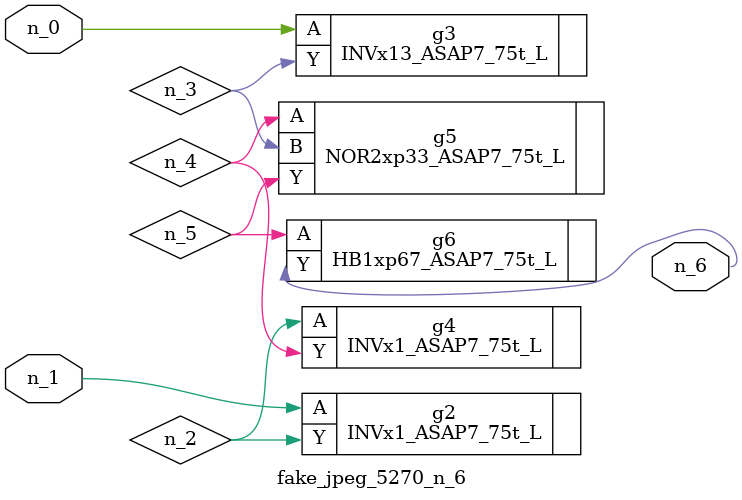
<source format=v>
module fake_jpeg_5270_n_6 (n_0, n_1, n_6);

input n_0;
input n_1;

output n_6;

wire n_3;
wire n_2;
wire n_4;
wire n_5;

INVx1_ASAP7_75t_L g2 ( 
.A(n_1),
.Y(n_2)
);

INVx13_ASAP7_75t_L g3 ( 
.A(n_0),
.Y(n_3)
);

INVx1_ASAP7_75t_L g4 ( 
.A(n_2),
.Y(n_4)
);

NOR2xp33_ASAP7_75t_L g5 ( 
.A(n_4),
.B(n_3),
.Y(n_5)
);

HB1xp67_ASAP7_75t_L g6 ( 
.A(n_5),
.Y(n_6)
);


endmodule
</source>
